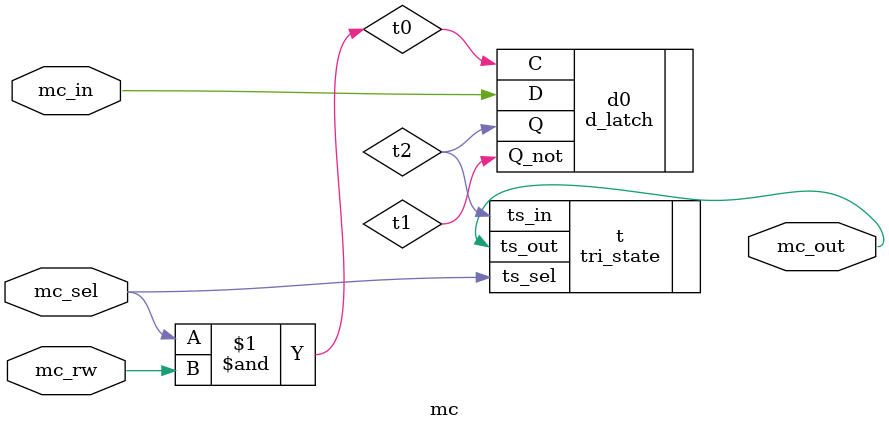
<source format=v>
module mc(
	mc_out,
	mc_in,
	mc_sel,
	mc_rw
);
	output mc_out;
	input mc_in,mc_sel,mc_rw;
	wire t0,t1,t2;
	
	and a0(t0,mc_sel,mc_rw);
d_latch d0(
	.Q(t2),
	.Q_not(t1),
	.D(mc_in),
	.C(t0)
);
	tri_state t(
	.ts_out(mc_out),
	.ts_in(t2),
	.ts_sel(mc_sel)
);
endmodule 
</source>
